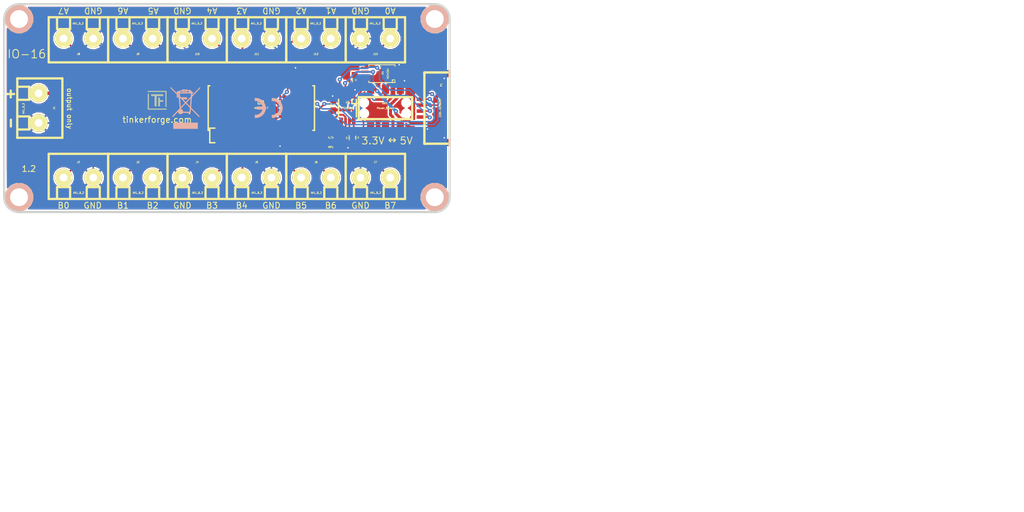
<source format=kicad_pcb>
(kicad_pcb (version 4) (host pcbnew 4.0.2+e4-6225~38~ubuntu15.10.1-stable)
  (title_block (title "IO16 Bricklet") (date "2 jan 2013") (rev 1.1) (company "Tinkerforge GmbH") (comment 1 "Licensed under CERN OHL v.1.1") (comment 2 "Copyright (©) 2011, B.Nordmeyer <bastian@tinkerforge.com>"))
  (layers (0 Vorderseite signal) (31 Rückseite signal hide) (34 B.Paste user) (35 F.Paste user) (36 B.SilkS user) (37 F.SilkS user) (38 B.Mask user) (39 F.Mask user) (44 Edge.Cuts user))
  (net 0 "")
  (net 1 GND)
  (net 2 IN_1)
  (net 3 IN_2)
  (net 4 SCL)
  (net 5 SCL2)
  (net 6 SDA)
  (net 7 SDA2)
  (net 8 SEL)
  (net 9 VAA)
  (net 10 VCC)
  (net 11 "Net-(C3-Pad1)")
  (net 12 "Net-(J2-Pad2)")
  (net 13 "Net-(J3-Pad1)")
  (net 14 "Net-(J3-Pad2)")
  (net 15 "Net-(J4-Pad1)")
  (net 16 "Net-(J5-Pad2)")
  (net 17 "Net-(J6-Pad1)")
  (net 18 "Net-(J6-Pad2)")
  (net 19 "Net-(J7-Pad1)")
  (net 20 "Net-(J8-Pad1)")
  (net 21 "Net-(J9-Pad1)")
  (net 22 "Net-(J9-Pad2)")
  (net 23 "Net-(J10-Pad2)")
  (net 24 "Net-(J11-Pad1)")
  (net 25 "Net-(J12-Pad1)")
  (net 26 "Net-(J12-Pad2)")
  (net 27 "Net-(J13-Pad2)")
  (net 28 "Net-(P1-Pad1)")
  (module SOIC28 (layer Vorderseite) (at 154.79776 97.02292)
    (fp_text reference U2 (at -0.09776 -0.92292) (layer F.SilkS) (effects (font (size 0.59944 0.59944) (thickness 0.12446))))
    (fp_text value MCP23017 (at 0 0) (layer F.SilkS) (effects (font (size 0.29972 0.29972) (thickness 0.0762))))
    (pad 1 smd rect (at -8.25246 4.59994 180) (size 0.59944 2.19964) (layers Vorderseite F.Paste F.Mask) (net 12 "Net-(J2-Pad2)"))
    (pad 2 smd rect (at -6.98246 4.59994 180) (size 0.59944 2.19964) (layers Vorderseite F.Paste F.Mask) (net 14 "Net-(J3-Pad2)"))
    (pad 3 smd rect (at -5.71246 4.59994 180) (size 0.59944 2.19964) (layers Vorderseite F.Paste F.Mask) (net 13 "Net-(J3-Pad1)"))
    (pad 4 smd rect (at -4.44246 4.59994 180) (size 0.59944 2.19964) (layers Vorderseite F.Paste F.Mask) (net 15 "Net-(J4-Pad1)"))
    (pad 5 smd rect (at -3.17246 4.59994 180) (size 0.59944 2.19964) (layers Vorderseite F.Paste F.Mask) (net 16 "Net-(J5-Pad2)"))
    (pad 6 smd rect (at -1.90246 4.59994 180) (size 0.59944 2.19964) (layers Vorderseite F.Paste F.Mask) (net 18 "Net-(J6-Pad2)"))
    (pad 7 smd rect (at -0.63246 4.59994 180) (size 0.59944 2.19964) (layers Vorderseite F.Paste F.Mask) (net 17 "Net-(J6-Pad1)"))
    (pad 8 smd rect (at 0.63246 4.59994 180) (size 0.59944 2.19964) (layers Vorderseite F.Paste F.Mask) (net 19 "Net-(J7-Pad1)"))
    (pad 9 smd rect (at 1.90246 4.59994 180) (size 0.59944 2.19964) (layers Vorderseite F.Paste F.Mask) (net 9 VAA))
    (pad 10 smd rect (at 3.17246 4.59994 180) (size 0.59944 2.19964) (layers Vorderseite F.Paste F.Mask) (net 1 GND))
    (pad 11 smd rect (at 4.44246 4.59994 180) (size 0.59944 2.19964) (layers Vorderseite F.Paste F.Mask))
    (pad 12 smd rect (at 5.71246 4.59994 180) (size 0.59944 2.19964) (layers Vorderseite F.Paste F.Mask) (net 5 SCL2))
    (pad 13 smd rect (at 6.98246 4.59994 180) (size 0.59944 2.19964) (layers Vorderseite F.Paste F.Mask) (net 7 SDA2))
    (pad 14 smd rect (at 8.25246 4.59994 180) (size 0.59944 2.19964) (layers Vorderseite F.Paste F.Mask))
    (pad 15 smd rect (at 8.25246 -4.59994) (size 0.59944 2.19964) (layers Vorderseite F.Paste F.Mask) (net 8 SEL))
    (pad 16 smd rect (at 6.98246 -4.59994) (size 0.59944 2.19964) (layers Vorderseite F.Paste F.Mask) (net 1 GND))
    (pad 17 smd rect (at 5.71246 -4.59994) (size 0.59944 2.19964) (layers Vorderseite F.Paste F.Mask) (net 1 GND))
    (pad 18 smd rect (at 4.44246 -4.59994) (size 0.59944 2.19964) (layers Vorderseite F.Paste F.Mask) (net 9 VAA))
    (pad 19 smd rect (at 3.17246 -4.59994) (size 0.59944 2.19964) (layers Vorderseite F.Paste F.Mask) (net 3 IN_2))
    (pad 20 smd rect (at 1.90246 -4.59994) (size 0.59944 2.19964) (layers Vorderseite F.Paste F.Mask) (net 2 IN_1))
    (pad 21 smd rect (at 0.63246 -4.59994) (size 0.59944 2.19964) (layers Vorderseite F.Paste F.Mask) (net 27 "Net-(J13-Pad2)"))
    (pad 22 smd rect (at -0.63246 -4.59994) (size 0.59944 2.19964) (layers Vorderseite F.Paste F.Mask) (net 26 "Net-(J12-Pad2)"))
    (pad 23 smd rect (at -1.90246 -4.59994) (size 0.59944 2.19964) (layers Vorderseite F.Paste F.Mask) (net 25 "Net-(J12-Pad1)"))
    (pad 24 smd rect (at -3.17246 -4.59994) (size 0.59944 2.19964) (layers Vorderseite F.Paste F.Mask) (net 24 "Net-(J11-Pad1)"))
    (pad 25 smd rect (at -4.44246 -4.59994) (size 0.59944 2.19964) (layers Vorderseite F.Paste F.Mask) (net 23 "Net-(J10-Pad2)"))
    (pad 26 smd rect (at -5.71246 -4.59994) (size 0.59944 2.19964) (layers Vorderseite F.Paste F.Mask) (net 22 "Net-(J9-Pad2)"))
    (pad 27 smd rect (at -6.98246 -4.59994) (size 0.59944 2.19964) (layers Vorderseite F.Paste F.Mask) (net 21 "Net-(J9-Pad1)"))
    (pad 28 smd rect (at -8.25246 -4.59994) (size 0.59944 2.19964) (layers Vorderseite F.Paste F.Mask) (net 20 "Net-(J8-Pad1)"))
  )
  (module TSSOP8 (layer Vorderseite) (at 175.09744 91.2241 90)
    (fp_text reference U1 (at 0.1241 0.10256 270) (layer F.SilkS) (effects (font (size 0.29972 0.29972) (thickness 0.0762))))
    (fp_text value M24C64 (at 0 1.00076 90) (layer F.SilkS) (effects (font (size 0.29972 0.29972) (thickness 0.0635))))
    (pad 1 smd rect (at -0.97282 2.89814 270) (size 0.39878 1.29794) (layers Vorderseite F.Paste F.Mask) (net 1 GND))
    (pad 2 smd rect (at -0.32258 2.89814 270) (size 0.39878 1.29794) (layers Vorderseite F.Paste F.Mask) (net 1 GND))
    (pad 3 smd rect (at 0.32258 2.89814 270) (size 0.39878 1.29794) (layers Vorderseite F.Paste F.Mask) (net 8 SEL))
    (pad 4 smd rect (at 0.97282 2.89814 270) (size 0.39878 1.29794) (layers Vorderseite F.Paste F.Mask) (net 1 GND))
    (pad 5 smd rect (at 0.97282 -2.89814 90) (size 0.39878 1.29794) (layers Vorderseite F.Paste F.Mask) (net 6 SDA))
    (pad 6 smd rect (at 0.32258 -2.89814 90) (size 0.39878 1.29794) (layers Vorderseite F.Paste F.Mask) (net 4 SCL))
    (pad 7 smd rect (at -0.32258 -2.89814 90) (size 0.39878 1.29794) (layers Vorderseite F.Paste F.Mask))
    (pad 8 smd rect (at -0.97282 -2.89814 90) (size 0.39878 1.29794) (layers Vorderseite F.Paste F.Mask) (net 10 VCC))
  )
  (module AKL_5_2 (layer Vorderseite) (at 123.99772 108.7247 180)
    (fp_text reference J2 (at 0 2.60096 180) (layer F.SilkS) (effects (font (size 0.29972 0.29972) (thickness 0.0762))))
    (fp_text value AKL_5_2 (at -0.0508 -2.55016 180) (layer F.SilkS) (effects (font (size 0.29972 0.29972) (thickness 0.0762))))
    (pad 1 thru_hole circle (at -2.49936 0 180) (size 2.99974 2.99974) (drill 1.30048) (layers *.Cu *.Mask F.SilkS) (net 1 GND))
    (pad 2 thru_hole circle (at 2.49936 0 180) (size 2.99974 2.99974) (drill 1.30048) (layers *.Cu *.Mask F.SilkS) (net 12 "Net-(J2-Pad2)"))
  )
  (module AKL_5_2 (layer Vorderseite) (at 173.99762 85.32368)
    (fp_text reference J13 (at 0 2.60096) (layer F.SilkS) (effects (font (size 0.29972 0.29972) (thickness 0.0762))))
    (fp_text value AKL_5_2 (at -0.0508 -2.55016) (layer F.SilkS) (effects (font (size 0.29972 0.29972) (thickness 0.0762))))
    (pad 1 thru_hole circle (at -2.49936 0) (size 2.99974 2.99974) (drill 1.30048) (layers *.Cu *.Mask F.SilkS) (net 1 GND))
    (pad 2 thru_hole circle (at 2.49936 0) (size 2.99974 2.99974) (drill 1.30048) (layers *.Cu *.Mask F.SilkS) (net 27 "Net-(J13-Pad2)"))
  )
  (module AKL_5_2 (layer Vorderseite) (at 133.9977 108.7247 180)
    (fp_text reference J3 (at 0 2.60096 180) (layer F.SilkS) (effects (font (size 0.29972 0.29972) (thickness 0.0762))))
    (fp_text value AKL_5_2 (at -0.0508 -2.55016 180) (layer F.SilkS) (effects (font (size 0.29972 0.29972) (thickness 0.0762))))
    (pad 1 thru_hole circle (at -2.49936 0 180) (size 2.99974 2.99974) (drill 1.30048) (layers *.Cu *.Mask F.SilkS) (net 13 "Net-(J3-Pad1)"))
    (pad 2 thru_hole circle (at 2.49936 0 180) (size 2.99974 2.99974) (drill 1.30048) (layers *.Cu *.Mask F.SilkS) (net 14 "Net-(J3-Pad2)"))
  )
  (module AKL_5_2 (layer Vorderseite) (at 123.99772 85.32368)
    (fp_text reference J8 (at 0 2.60096) (layer F.SilkS) (effects (font (size 0.29972 0.29972) (thickness 0.0762))))
    (fp_text value AKL_5_2 (at -0.0508 -2.55016) (layer F.SilkS) (effects (font (size 0.29972 0.29972) (thickness 0.0762))))
    (pad 1 thru_hole circle (at -2.49936 0) (size 2.99974 2.99974) (drill 1.30048) (layers *.Cu *.Mask F.SilkS) (net 20 "Net-(J8-Pad1)"))
    (pad 2 thru_hole circle (at 2.49936 0) (size 2.99974 2.99974) (drill 1.30048) (layers *.Cu *.Mask F.SilkS) (net 1 GND))
  )
  (module AKL_5_2 (layer Vorderseite) (at 117.29974 97.02546 90)
    (fp_text reference J1 (at 0 2.60096 90) (layer F.SilkS) (effects (font (size 0.29972 0.29972) (thickness 0.0762))))
    (fp_text value AKL_5_2 (at -0.0508 -2.55016 90) (layer F.SilkS) (effects (font (size 0.29972 0.29972) (thickness 0.0762))))
    (pad 1 thru_hole circle (at -2.49936 0 90) (size 2.99974 2.99974) (drill 1.30048) (layers *.Cu *.Mask F.SilkS) (net 1 GND))
    (pad 2 thru_hole circle (at 2.49936 0 90) (size 2.99974 2.99974) (drill 1.30048) (layers *.Cu *.Mask F.SilkS) (net 9 VAA))
  )
  (module AKL_5_2 (layer Vorderseite) (at 143.99768 108.7247 180)
    (fp_text reference J4 (at 0 2.60096 180) (layer F.SilkS) (effects (font (size 0.29972 0.29972) (thickness 0.0762))))
    (fp_text value AKL_5_2 (at -0.0508 -2.55016 180) (layer F.SilkS) (effects (font (size 0.29972 0.29972) (thickness 0.0762))))
    (pad 1 thru_hole circle (at -2.49936 0 180) (size 2.99974 2.99974) (drill 1.30048) (layers *.Cu *.Mask F.SilkS) (net 15 "Net-(J4-Pad1)"))
    (pad 2 thru_hole circle (at 2.49936 0 180) (size 2.99974 2.99974) (drill 1.30048) (layers *.Cu *.Mask F.SilkS) (net 1 GND))
  )
  (module AKL_5_2 (layer Vorderseite) (at 153.99766 108.7247 180)
    (fp_text reference J5 (at 0 2.60096 180) (layer F.SilkS) (effects (font (size 0.29972 0.29972) (thickness 0.0762))))
    (fp_text value AKL_5_2 (at -0.0508 -2.55016 180) (layer F.SilkS) (effects (font (size 0.29972 0.29972) (thickness 0.0762))))
    (pad 1 thru_hole circle (at -2.49936 0 180) (size 2.99974 2.99974) (drill 1.30048) (layers *.Cu *.Mask F.SilkS) (net 1 GND))
    (pad 2 thru_hole circle (at 2.49936 0 180) (size 2.99974 2.99974) (drill 1.30048) (layers *.Cu *.Mask F.SilkS) (net 16 "Net-(J5-Pad2)"))
  )
  (module AKL_5_2 (layer Vorderseite) (at 163.99764 108.7247 180)
    (fp_text reference J6 (at 0 2.60096 180) (layer F.SilkS) (effects (font (size 0.29972 0.29972) (thickness 0.0762))))
    (fp_text value AKL_5_2 (at -0.0508 -2.55016 180) (layer F.SilkS) (effects (font (size 0.29972 0.29972) (thickness 0.0762))))
    (pad 1 thru_hole circle (at -2.49936 0 180) (size 2.99974 2.99974) (drill 1.30048) (layers *.Cu *.Mask F.SilkS) (net 17 "Net-(J6-Pad1)"))
    (pad 2 thru_hole circle (at 2.49936 0 180) (size 2.99974 2.99974) (drill 1.30048) (layers *.Cu *.Mask F.SilkS) (net 18 "Net-(J6-Pad2)"))
  )
  (module AKL_5_2 (layer Vorderseite) (at 173.99762 108.7247 180)
    (fp_text reference J7 (at 0 2.60096 180) (layer F.SilkS) (effects (font (size 0.29972 0.29972) (thickness 0.0762))))
    (fp_text value AKL_5_2 (at -0.0508 -2.55016 180) (layer F.SilkS) (effects (font (size 0.29972 0.29972) (thickness 0.0762))))
    (pad 1 thru_hole circle (at -2.49936 0 180) (size 2.99974 2.99974) (drill 1.30048) (layers *.Cu *.Mask F.SilkS) (net 19 "Net-(J7-Pad1)"))
    (pad 2 thru_hole circle (at 2.49936 0 180) (size 2.99974 2.99974) (drill 1.30048) (layers *.Cu *.Mask F.SilkS) (net 1 GND))
  )
  (module AKL_5_2 (layer Vorderseite) (at 133.9977 85.32368)
    (fp_text reference J9 (at 0 2.60096) (layer F.SilkS) (effects (font (size 0.29972 0.29972) (thickness 0.0762))))
    (fp_text value AKL_5_2 (at -0.0508 -2.55016) (layer F.SilkS) (effects (font (size 0.29972 0.29972) (thickness 0.0762))))
    (pad 1 thru_hole circle (at -2.49936 0) (size 2.99974 2.99974) (drill 1.30048) (layers *.Cu *.Mask F.SilkS) (net 21 "Net-(J9-Pad1)"))
    (pad 2 thru_hole circle (at 2.49936 0) (size 2.99974 2.99974) (drill 1.30048) (layers *.Cu *.Mask F.SilkS) (net 22 "Net-(J9-Pad2)"))
  )
  (module AKL_5_2 (layer Vorderseite) (at 143.99768 85.32368)
    (fp_text reference J10 (at 0 2.60096) (layer F.SilkS) (effects (font (size 0.29972 0.29972) (thickness 0.0762))))
    (fp_text value AKL_5_2 (at -0.0508 -2.55016) (layer F.SilkS) (effects (font (size 0.29972 0.29972) (thickness 0.0762))))
    (pad 1 thru_hole circle (at -2.49936 0) (size 2.99974 2.99974) (drill 1.30048) (layers *.Cu *.Mask F.SilkS) (net 1 GND))
    (pad 2 thru_hole circle (at 2.49936 0) (size 2.99974 2.99974) (drill 1.30048) (layers *.Cu *.Mask F.SilkS) (net 23 "Net-(J10-Pad2)"))
  )
  (module AKL_5_2 (layer Vorderseite) (at 153.99766 85.32368)
    (fp_text reference J11 (at 0 2.60096) (layer F.SilkS) (effects (font (size 0.29972 0.29972) (thickness 0.0762))))
    (fp_text value AKL_5_2 (at -0.0508 -2.55016) (layer F.SilkS) (effects (font (size 0.29972 0.29972) (thickness 0.0762))))
    (pad 1 thru_hole circle (at -2.49936 0) (size 2.99974 2.99974) (drill 1.30048) (layers *.Cu *.Mask F.SilkS) (net 24 "Net-(J11-Pad1)"))
    (pad 2 thru_hole circle (at 2.49936 0) (size 2.99974 2.99974) (drill 1.30048) (layers *.Cu *.Mask F.SilkS) (net 1 GND))
  )
  (module AKL_5_2 (layer Vorderseite) (at 163.99764 85.32368)
    (fp_text reference J12 (at 0 2.60096) (layer F.SilkS) (effects (font (size 0.29972 0.29972) (thickness 0.0762))))
    (fp_text value AKL_5_2 (at -0.0508 -2.55016) (layer F.SilkS) (effects (font (size 0.29972 0.29972) (thickness 0.0762))))
    (pad 1 thru_hole circle (at -2.49936 0) (size 2.99974 2.99974) (drill 1.30048) (layers *.Cu *.Mask F.SilkS) (net 25 "Net-(J12-Pad1)"))
    (pad 2 thru_hole circle (at 2.49936 0) (size 2.99974 2.99974) (drill 1.30048) (layers *.Cu *.Mask F.SilkS) (net 26 "Net-(J12-Pad2)"))
  )
  (module CON-SENSOR (layer Vorderseite) (at 186.4995 97.02292 90)
    (fp_text reference P1 (at 3.8989 -1.39954 90) (layer F.SilkS) (effects (font (size 0.29972 0.29972) (thickness 0.0762))))
    (fp_text value CON-SENSOR (at 0 -1.6002 90) (layer F.SilkS) (effects (font (size 0.29972 0.29972) (thickness 0.07112))))
    (pad 1 smd rect (at -4.50088 -4.7752 90) (size 0.59944 1.5494) (layers Vorderseite F.Paste F.Mask) (net 28 "Net-(P1-Pad1)"))
    (pad 2 smd rect (at -3.50012 -4.7752 90) (size 0.59944 1.5494) (layers Vorderseite F.Paste F.Mask) (net 1 GND))
    (pad 3 smd rect (at -2.49936 -4.7752 90) (size 0.59944 1.5494) (layers Vorderseite F.Paste F.Mask) (net 10 VCC))
    (pad 4 smd rect (at -1.50114 -4.7752 90) (size 0.59944 1.5494) (layers Vorderseite F.Paste F.Mask) (net 4 SCL))
    (pad 5 smd rect (at -0.50038 -4.7752 90) (size 0.59944 1.5494) (layers Vorderseite F.Paste F.Mask) (net 6 SDA))
    (pad 6 smd rect (at 0.50038 -4.7752 90) (size 0.59944 1.5494) (layers Vorderseite F.Paste F.Mask) (net 8 SEL))
    (pad 7 smd rect (at 1.50114 -4.7752 90) (size 0.59944 1.5494) (layers Vorderseite F.Paste F.Mask) (net 2 IN_1))
    (pad 8 smd rect (at 2.49936 -4.7752 90) (size 0.59944 1.5494) (layers Vorderseite F.Paste F.Mask) (net 3 IN_2))
    (pad 9 smd rect (at 3.50012 -4.7752 90) (size 0.59944 1.5494) (layers Vorderseite F.Paste F.Mask))
    (pad 10 smd rect (at 4.50088 -4.7752 90) (size 0.59944 1.5494) (layers Vorderseite F.Paste F.Mask))
    (pad EP smd rect (at -5.79882 -0.89916 90) (size 1.19888 1.80086) (layers Vorderseite F.Paste F.Mask) (net 1 GND))
    (pad EP smd rect (at 5.79882 -0.89916 90) (size 1.19888 1.80086) (layers Vorderseite F.Paste F.Mask) (net 1 GND))
  )
  (module TSSOP8_3 (layer Vorderseite) (at 169.30116 97.02546 180)
    (fp_text reference U3 (at 0 1.00076 180) (layer F.SilkS) (effects (font (size 0.29972 0.29972) (thickness 0.0762))))
    (fp_text value PCA9306 (at 0 0 180) (layer F.SilkS) (effects (font (size 0.29972 0.29972) (thickness 0.0762))))
    (pad 1 smd rect (at -1.04902 2.17424) (size 0.59944 1.14808) (layers Vorderseite F.Paste F.Mask) (net 1 GND))
    (pad 2 smd rect (at -0.32512 2.17424) (size 0.44958 1.14808) (layers Vorderseite F.Paste F.Mask) (net 10 VCC))
    (pad 3 smd rect (at 0.32512 2.17424) (size 0.44958 1.14808) (layers Vorderseite F.Paste F.Mask) (net 4 SCL))
    (pad 4 smd rect (at 1.04902 2.17424) (size 0.59944 1.14808) (layers Vorderseite F.Paste F.Mask) (net 6 SDA))
    (pad 5 smd rect (at 1.04902 -2.17424 180) (size 0.59944 1.14808) (layers Vorderseite F.Paste F.Mask) (net 7 SDA2))
    (pad 6 smd rect (at 0.32512 -2.17424 180) (size 0.44958 1.14808) (layers Vorderseite F.Paste F.Mask) (net 5 SCL2))
    (pad 7 smd rect (at -0.32512 -2.17424 180) (size 0.44958 1.14808) (layers Vorderseite F.Paste F.Mask) (net 11 "Net-(C3-Pad1)"))
    (pad 8 smd rect (at -1.04902 -2.17424 180) (size 0.59944 1.14808) (layers Vorderseite F.Paste F.Mask) (net 11 "Net-(C3-Pad1)"))
  )
  (module Logo_31x31 (layer Vorderseite) (at 135.67664 94.12478)
    (fp_text reference Ref** hide)
    (fp_text value Val** hide)
  )
  (module Fiducial_Mark (layer Vorderseite) (at 184.8993 85.62594)
    (fp_text reference Fiducial_Mark hide)
    (fp_text value VAL** hide)
    (pad 1 smd circle (at 0 0) (size 1.00076 1.00076) (layers Vorderseite F.Mask) (clearance 0.65024))
  )
  (module Fiducial_Mark (layer Vorderseite) (at 113.10112 108.32592)
    (fp_text reference Fiducial_Mark hide)
    (fp_text value VAL** hide)
    (pad 1 smd circle (at 0 0) (size 1.00076 1.00076) (layers Vorderseite F.Mask) (clearance 0.65024))
  )
  (module WEEE_7mm (layer Rückseite) (at 142 97)
    (fp_text reference VAL hide)
    (fp_text value WEEE_7mm hide)
  )
  (module CE_5mm (layer Rückseite) (at 156 97 180)
    (fp_text reference VAL hide)
    (fp_text value CE_5mm hide)
  )
  (module 0603E (layer Vorderseite) (at 170.50004 92.32646 90)
    (fp_text reference C1 (at 0.05 0.225 90) (layer F.SilkS) (effects (font (size 0.2 0.2) (thickness 0.05))))
    (fp_text value 100nF (at 0.05 -0.375 90) (layer F.SilkS) (effects (font (size 0.2 0.2) (thickness 0.05))))
    (pad 1 smd rect (at -0.8501 0 90) (size 1.1 1) (layers Vorderseite F.Paste F.Mask) (net 1 GND))
    (pad 2 smd rect (at 0.8501 0 90) (size 1.1 1) (layers Vorderseite F.Paste F.Mask) (net 10 VCC))
  )
  (module 0603E (layer Vorderseite) (at 166.9 96.6 90)
    (fp_text reference C2 (at 0.05 0.225 90) (layer F.SilkS) (effects (font (size 0.2 0.2) (thickness 0.05))))
    (fp_text value 100nF (at 0.05 -0.375 90) (layer F.SilkS) (effects (font (size 0.2 0.2) (thickness 0.05))))
    (pad 1 smd rect (at -0.8501 0 90) (size 1.1 1) (layers Vorderseite F.Paste F.Mask) (net 9 VAA))
    (pad 2 smd rect (at 0.8501 0 90) (size 1.1 1) (layers Vorderseite F.Paste F.Mask) (net 1 GND))
  )
  (module 0603E (layer Vorderseite) (at 169.4 102 270)
    (fp_text reference C3 (at 0.05 0.225 270) (layer F.SilkS) (effects (font (size 0.2 0.2) (thickness 0.05))))
    (fp_text value 100nF (at 0 -0.2 270) (layer F.SilkS) (effects (font (size 0.2 0.2) (thickness 0.05))))
    (pad 1 smd rect (at -0.8501 0 270) (size 1.1 1) (layers Vorderseite F.Paste F.Mask) (net 11 "Net-(C3-Pad1)"))
    (pad 2 smd rect (at 0.8501 0 270) (size 1.1 1) (layers Vorderseite F.Paste F.Mask) (net 1 GND))
  )
  (module 0603E (layer Vorderseite) (at 170.9 102 90)
    (fp_text reference R1 (at 0.05 0.225 90) (layer F.SilkS) (effects (font (size 0.2 0.2) (thickness 0.05))))
    (fp_text value 200k (at 0 -0.2 90) (layer F.SilkS) (effects (font (size 0.2 0.2) (thickness 0.05))))
    (pad 1 smd rect (at -0.8501 0 90) (size 1.1 1) (layers Vorderseite F.Paste F.Mask) (net 9 VAA))
    (pad 2 smd rect (at 0.8501 0 90) (size 1.1 1) (layers Vorderseite F.Paste F.Mask) (net 11 "Net-(C3-Pad1)"))
  )
  (module kicad-libraries:4X0603 (layer Vorderseite) (at 166.5 102 180)
    (fp_text reference RP1 (at 0 -1.6002 180) (layer F.SilkS) (effects (font (size 0.29972 0.29972) (thickness 0.0762))))
    (fp_text value 4.7k (at 0 0 180) (layer F.SilkS) (effects (font (size 0.29972 0.29972) (thickness 0.0762))))
    (pad 1 smd rect (at -1.19888 -0.8509 180) (size 0.44958 0.89916) (layers Vorderseite F.Paste F.Mask) (net 9 VAA))
    (pad 2 smd rect (at -0.39878 -0.8509 180) (size 0.44958 0.89916) (layers Vorderseite F.Paste F.Mask) (net 9 VAA))
    (pad 3 smd rect (at 0.39878 -0.8509 180) (size 0.44958 0.89916) (layers Vorderseite F.Paste F.Mask) (net 9 VAA))
    (pad 4 smd rect (at 1.19888 -0.8509 180) (size 0.44958 0.89916) (layers Vorderseite F.Paste F.Mask) (net 9 VAA))
    (pad 5 smd rect (at 1.19888 0.8509 180) (size 0.44958 0.89916) (layers Vorderseite F.Paste F.Mask) (net 7 SDA2))
    (pad 6 smd rect (at 0.39878 0.8509 180) (size 0.44958 0.89916) (layers Vorderseite F.Paste F.Mask))
    (pad 7 smd rect (at -0.39878 0.8509 180) (size 0.44958 0.89916) (layers Vorderseite F.Paste F.Mask))
    (pad 8 smd rect (at -1.19888 0.8509 180) (size 0.44958 0.89916) (layers Vorderseite F.Paste F.Mask) (net 5 SCL2))
  )
  (module kicad-libraries:SLIDE_SWITCH (layer Vorderseite) (at 175.69942 97.02546 180)
    (fp_text reference SW1 (at 0.09942 0.82546 180) (layer F.SilkS) (effects (font (size 0.29972 0.29972) (thickness 0.0762))))
    (fp_text value Power_Select (at 0 0 180) (layer F.SilkS) (effects (font (size 0.29972 0.29972) (thickness 0.0762))))
    (pad 6 smd rect (at -2.49936 -3.2004 180) (size 1.19888 1.6002) (layers Vorderseite F.Paste F.Mask))
    (pad 5 smd rect (at 0 -3.2004 180) (size 1.19888 1.6002) (layers Vorderseite F.Paste F.Mask))
    (pad 4 smd rect (at 2.49936 -3.2004 180) (size 1.19888 1.6002) (layers Vorderseite F.Paste F.Mask))
    (pad 3 smd rect (at 2.49936 3.2004 180) (size 1.19888 1.6002) (layers Vorderseite F.Paste F.Mask) (net 10 VCC))
    (pad 2 smd rect (at 0 3.2004 180) (size 1.19888 1.6002) (layers Vorderseite F.Paste F.Mask) (net 9 VAA))
    (pad 1 smd rect (at -2.49936 3.2004 180) (size 1.19888 1.6002) (layers Vorderseite F.Paste F.Mask) (net 28 "Net-(P1-Pad1)"))
    (pad "" np_thru_hole circle (at -3.5 -0.9 180) (size 1.2 1.2) (drill 1.2) (layers *.Cu *.Mask F.SilkS))
    (pad "" np_thru_hole circle (at -3.5 0.9 180) (size 1.2 1.2) (drill 1.2) (layers *.Cu *.Mask F.SilkS))
    (pad "" np_thru_hole circle (at 3.6 -0.9 180) (size 1.2 1.2) (drill 1.2) (layers *.Cu *.Mask F.SilkS))
    (pad "" np_thru_hole circle (at 3.6 0.9 180) (size 1.2 1.2) (drill 1.2) (layers *.Cu *.Mask F.SilkS))
  )
  (module kicad-libraries:DRILL_NP (layer Vorderseite) (at 114.00028 82.02676 90)
    (fp_text reference U5 hide)
    (fp_text value DRILL hide)
    (pad "" np_thru_hole circle (at 0 0 90) (size 2.99974 2.99974) (drill 2.99974) (layers *.Cu *.Mask F.SilkS) (clearance 0.89916))
  )
  (module kicad-libraries:DRILL_NP (layer Vorderseite) (at 184.00014 82.02676)
    (fp_text reference U4 hide)
    (fp_text value DRILL hide)
    (pad "" np_thru_hole circle (at 0 0) (size 2.99974 2.99974) (drill 2.99974) (layers *.Cu *.Mask F.SilkS) (clearance 0.89916))
  )
  (module kicad-libraries:DRILL_NP (layer Vorderseite) (at 114.00028 112.0267)
    (fp_text reference U6 hide)
    (fp_text value DRILL hide)
    (pad "" np_thru_hole circle (at 0 0) (size 2.99974 2.99974) (drill 2.99974) (layers *.Cu *.Mask F.SilkS) (clearance 0.89916))
  )
  (module kicad-libraries:DRILL_NP (layer Vorderseite) (at 184.00014 112.0267 180)
    (fp_text reference U7 hide)
    (fp_text value DRILL hide)
    (pad "" np_thru_hole circle (at 0 0 180) (size 2.99974 2.99974) (drill 2.99974) (layers *.Cu *.Mask F.SilkS) (clearance 0.89916))
  )
  (gr_text 1.2 (at 115.65128 107.24896) (layer F.SilkS) (effects (font (size 1.00076 1.00076) (thickness 0.14986))))
  (gr_text - (at 112.52454 99.55022 90) (layer F.SilkS) (effects (font (size 1.50114 1.50114) (thickness 0.37592))))
  (gr_text + (at 112.60074 94.54896) (layer F.SilkS) (effects (font (size 1.50114 1.50114) (thickness 0.37592))))
  (gr_text tinkerforge.com (at 137.25144 98.97364) (layer F.SilkS) (effects (font (size 1.00076 1.00076) (thickness 0.14986))))
  (gr_text "output only" (at 122.49912 97.09912 270) (layer F.SilkS) (effects (font (size 0.8001 0.8001) (thickness 0.14986))))
  (gr_line (start 111.49838 82.02422) (end 111.49838 112.02416) (angle 90) (layer Edge.Cuts) (width 0.381))
  (gr_line (start 183.9976 79.52486) (end 113.99774 79.52486) (angle 90) (layer Edge.Cuts) (width 0.381))
  (gr_line (start 186.4995 112.02416) (end 186.4995 82.02422) (angle 90) (layer Edge.Cuts) (width 0.381))
  (gr_line (start 113.99774 114.52352) (end 183.9976 114.52352) (angle 90) (layer Edge.Cuts) (width 0.381))
  (gr_arc (start 183.9976 82.02422) (end 183.9976 79.52486) (angle 90) (layer Edge.Cuts) (width 0.381))
  (gr_arc (start 113.99774 82.02422) (end 111.49838 82.02422) (angle 90) (layer Edge.Cuts) (width 0.381))
  (gr_arc (start 113.99774 112.02416) (end 113.99774 114.52352) (angle 90) (layer Edge.Cuts) (width 0.381))
  (gr_arc (start 183.9976 112.02416) (end 186.4995 112.02416) (angle 90) (layer Edge.Cuts) (width 0.381))
  (gr_line (start 177.3936 102.42296) (end 177.09388 102.72268) (angle 90) (layer F.SilkS) (width 0.17018))
  (gr_line (start 177.09388 102.12324) (end 177.3936 102.42296) (angle 90) (layer F.SilkS) (width 0.17018))
  (gr_line (start 176.29378 102.42296) (end 176.5935 102.72268) (angle 90) (layer F.SilkS) (width 0.17018))
  (gr_line (start 176.29378 102.42296) (end 176.5935 102.12324) (angle 90) (layer F.SilkS) (width 0.17018))
  (gr_line (start 176.29378 102.42296) (end 177.19548 102.42296) (angle 90) (layer F.SilkS) (width 0.17018))
  (gr_text 5V (at 179.197 102.52456) (layer F.SilkS) (effects (font (size 1.19888 1.19888) (thickness 0.14986))))
  (gr_text 3.3V (at 173.59884 102.52456) (layer F.SilkS) (effects (font (size 1.19888 1.19888) (thickness 0.14986))))
  (gr_text B7 (at 176.49952 113.4237) (layer F.SilkS) (effects (font (size 1.00076 1.00076) (thickness 0.14986))))
  (gr_text GND (at 171.49826 113.4237) (layer F.SilkS) (effects (font (size 1.00076 1.00076) (thickness 0.14986))))
  (gr_text B6 (at 166.497 113.4237) (layer F.SilkS) (effects (font (size 1.00076 1.00076) (thickness 0.14986))))
  (gr_text B5 (at 161.49828 113.4237) (layer F.SilkS) (effects (font (size 1.00076 1.00076) (thickness 0.14986))))
  (gr_text GND (at 156.49702 113.4237) (layer F.SilkS) (effects (font (size 1.00076 1.00076) (thickness 0.14986))))
  (gr_text B4 (at 151.4983 113.4237) (layer F.SilkS) (effects (font (size 1.00076 1.00076) (thickness 0.14986))))
  (gr_text B3 (at 146.49704 113.4237) (layer F.SilkS) (effects (font (size 1.00076 1.00076) (thickness 0.14986))))
  (gr_text GND (at 141.49832 113.4237) (layer F.SilkS) (effects (font (size 1.00076 1.00076) (thickness 0.14986))))
  (gr_text B2 (at 136.49706 113.4237) (layer F.SilkS) (effects (font (size 1.00076 1.00076) (thickness 0.14986))))
  (gr_text B1 (at 131.49834 113.4237) (layer F.SilkS) (effects (font (size 1.00076 1.00076) (thickness 0.14986))))
  (gr_text GND (at 126.39802 113.4237) (layer F.SilkS) (effects (font (size 1.00076 1.00076) (thickness 0.14986))))
  (gr_text B0 (at 121.49836 113.4237) (layer F.SilkS) (effects (font (size 1.00076 1.00076) (thickness 0.14986))))
  (gr_text A7 (at 121.49836 80.62468 180) (layer F.SilkS) (effects (font (size 1.00076 1.00076) (thickness 0.14986))))
  (gr_text A6 (at 131.49834 80.62468 180) (layer F.SilkS) (effects (font (size 1.00076 1.00076) (thickness 0.14986))))
  (gr_text A5 (at 136.59866 80.62468 180) (layer F.SilkS) (effects (font (size 1.00076 1.00076) (thickness 0.14986))))
  (gr_text A4 (at 146.49704 80.62468 180) (layer F.SilkS) (effects (font (size 1.00076 1.00076) (thickness 0.14986))))
  (gr_text A3 (at 151.4983 80.62468 180) (layer F.SilkS) (effects (font (size 1.00076 1.00076) (thickness 0.14986))))
  (gr_text A2 (at 161.49828 80.62468 180) (layer F.SilkS) (effects (font (size 1.00076 1.00076) (thickness 0.14986))))
  (gr_text A1 (at 166.497 80.62468 180) (layer F.SilkS) (effects (font (size 1.00076 1.00076) (thickness 0.14986))))
  (gr_text A0 (at 176.49952 80.62468 180) (layer F.SilkS) (effects (font (size 1.00076 1.00076) (thickness 0.14986))))
  (gr_text GND (at 171.49826 80.62468 180) (layer F.SilkS) (effects (font (size 1.00076 1.00076) (thickness 0.14986))))
  (gr_text GND (at 156.49702 80.62468 180) (layer F.SilkS) (effects (font (size 1.00076 1.00076) (thickness 0.14986))))
  (gr_text GND (at 141.49832 80.62468 180) (layer F.SilkS) (effects (font (size 1.00076 1.00076) (thickness 0.14986))))
  (gr_text GND (at 126.49708 80.62468 180) (layer F.SilkS) (effects (font (size 1.00076 1.00076) (thickness 0.14986))))
  (gr_text IO-16 (at 115.29822 87.92464) (layer F.SilkS) (effects (font (size 1.39954 1.39954) (thickness 0.14986))))
  (segment (start 169.4 102.8501) (end 169.4 103.7) (width 0.24892) (layer Vorderseite) (net 1))
  (via (at 169.4 103.7) (size 0.70104) (drill 0.24892) (layers Vorderseite Rückseite) (net 1))
  (segment (start 177.99812 89.72296) (end 180.29682 92.02166) (width 0.29972) (layer Rückseite) (net 1))
  (segment (start 141.49832 86.52256) (end 143.6751 88.69934) (width 0.24892) (layer Rückseite) (net 1))
  (segment (start 143.6751 88.69934) (end 153.12136 88.69934) (width 0.24892) (layer Rückseite) (net 1))
  (segment (start 153.1366 88.6841) (end 156.49702 85.32368) (width 0.24892) (layer Rückseite) (net 1))
  (segment (start 153.12136 88.69934) (end 153.1366 88.6841) (width 0.24892) (layer Rückseite) (net 1))
  (segment (start 141.49832 85.32368) (end 141.49832 86.52256) (width 0.24892) (layer Rückseite) (net 1))
  (segment (start 167.6273 90.24874) (end 160.55086 90.24874) (width 0.24892) (layer Rückseite) (net 1))
  (segment (start 171.49826 86.37778) (end 167.6273 90.24874) (width 0.24892) (layer Rückseite) (net 1))
  (segment (start 171.49826 85.32368) (end 171.49826 86.37778) (width 0.24892) (layer Rückseite) (net 1))
  (segment (start 161.62528 90.3732) (end 160.67532 90.3732) (width 0.24892) (layer Vorderseite) (net 1))
  (segment (start 161.78022 92.42298) (end 161.78022 90.52814) (width 0.29972) (layer Vorderseite) (net 1))
  (segment (start 161.78022 90.52814) (end 161.62528 90.3732) (width 0.29972) (layer Vorderseite) (net 1))
  (segment (start 177.99558 89.7255) (end 177.99812 89.72296) (width 0.29972) (layer Vorderseite) (net 1))
  (via (at 177.99812 89.72296) (size 0.70104) (layers Vorderseite Rückseite) (net 1))
  (segment (start 177.99558 90.25128) (end 177.99558 89.7255) (width 0.29972) (layer Vorderseite) (net 1))
  (segment (start 177.99558 92.19692) (end 177.99558 91.54668) (width 0.29972) (layer Vorderseite) (net 1))
  (segment (start 178.67376 92.19692) (end 178.89982 92.42298) (width 0.29972) (layer Vorderseite) (net 1))
  (via (at 178.89982 92.42298) (size 0.70104) (layers Vorderseite Rückseite) (net 1))
  (segment (start 178.89982 92.42298) (end 179.30114 92.02166) (width 0.29972) (layer Rückseite) (net 1))
  (via (at 166.8018 94.99854) (size 0.70104) (layers Vorderseite Rückseite) (net 1))
  (segment (start 166.79926 95.00108) (end 166.79926 96.0247) (width 0.24892) (layer Vorderseite) (net 1))
  (segment (start 160.67532 90.3732) (end 160.55086 90.24874) (width 0.24892) (layer Vorderseite) (net 1))
  (segment (start 126.49708 85.32368) (end 127 85.32368) (width 0.24892) (layer Rückseite) (net 1))
  (segment (start 137.57148 89.25052) (end 141.49832 85.32368) (width 0.24892) (layer Rückseite) (net 1))
  (segment (start 156.49702 108.7247) (end 156.49702 104.8766) (width 0.24892) (layer Rückseite) (net 1))
  (segment (start 117.29974 99.52482) (end 117.27688 99.54768) (width 0.24892) (layer Rückseite) (net 1))
  (segment (start 122.04954 99.52482) (end 118.9736 99.52482) (width 0.24892) (layer Rückseite) (net 1))
  (segment (start 122.04954 99.52482) (end 126.49708 103.97236) (width 0.24892) (layer Rückseite) (net 1))
  (segment (start 126.49708 108.7247) (end 126.49708 103.97236) (width 0.24892) (layer Rückseite) (net 1))
  (segment (start 118.9736 99.52482) (end 118.95074 99.54768) (width 0.24892) (layer Rückseite) (net 1))
  (segment (start 153.1366 88.6841) (end 153.1366 90.2) (width 0.24892) (layer Rückseite) (net 1))
  (segment (start 181.7243 100.52304) (end 182.72506 100.52304) (width 0.50038) (layer Vorderseite) (net 1))
  (segment (start 184.2516 101.95052) (end 184.2516 102.02164) (width 0.50038) (layer Rückseite) (net 1))
  (segment (start 184.22366 101.97846) (end 184.2516 101.95052) (width 0.50038) (layer Rückseite) (net 1))
  (segment (start 184.22366 102.02164) (end 184.22366 101.97846) (width 0.50038) (layer Rückseite) (net 1))
  (segment (start 182.75046 100.54844) (end 184.22366 102.02164) (width 0.50038) (layer Rückseite) (net 1))
  (via (at 182.75046 100.54844) (size 0.70104) (layers Vorderseite Rückseite) (net 1))
  (segment (start 182.72506 100.52304) (end 182.75046 100.54844) (width 0.50038) (layer Vorderseite) (net 1))
  (segment (start 177.99812 89.72296) (end 177.67554 89.72296) (width 0.24892) (layer Rückseite) (net 1))
  (segment (start 173.27626 85.32368) (end 171.49826 85.32368) (width 0.24892) (layer Rückseite) (net 1))
  (segment (start 177.67554 89.72296) (end 173.27626 85.32368) (width 0.24892) (layer Rückseite) (net 1))
  (segment (start 166.8018 94.99854) (end 169.52722 94.99854) (width 0.24892) (layer Rückseite) (net 1))
  (segment (start 169.52722 94.99854) (end 170.57624 93.94952) (width 0.24892) (layer Rückseite) (net 1))
  (via (at 170.57624 93.94952) (size 0.70104) (layers Vorderseite Rückseite) (net 1))
  (segment (start 180.29682 92.02166) (end 185.5978 92.02166) (width 0.29972) (layer Rückseite) (net 1))
  (segment (start 185.5978 92.02166) (end 185.5978 93.12148) (width 0.29972) (layer Rückseite) (net 1))
  (segment (start 185.60034 92.01912) (end 185.5978 92.02166) (width 0.29972) (layer Vorderseite) (net 1))
  (segment (start 160.51022 92.42298) (end 161.0995 92.42298) (width 0.50038) (layer Vorderseite) (net 1))
  (segment (start 158.14802 103.2256) (end 157.9499 103.42372) (width 0.24892) (layer Rückseite) (net 1))
  (segment (start 169.35196 103.2256) (end 158.14802 103.2256) (width 0.24892) (layer Rückseite) (net 1))
  (segment (start 154.27706 105.22458) (end 154.62504 104.8766) (width 0.24892) (layer Rückseite) (net 1))
  (segment (start 154.62504 104.8766) (end 156.49702 104.8766) (width 0.24892) (layer Rückseite) (net 1))
  (segment (start 144.99844 105.22458) (end 154.27706 105.22458) (width 0.24892) (layer Rückseite) (net 1))
  (segment (start 156.49702 86.1949) (end 156.49702 85.32368) (width 0.24892) (layer Rückseite) (net 1))
  (segment (start 160.55086 90.24874) (end 156.49702 86.1949) (width 0.24892) (layer Rückseite) (net 1))
  (via (at 160.55086 90.24874) (size 0.70104) (layers Vorderseite Rückseite) (net 1))
  (segment (start 127 85.32368) (end 130.92684 89.25052) (width 0.24892) (layer Rückseite) (net 1))
  (segment (start 166.8018 94.99854) (end 166.79926 95.00108) (width 0.24892) (layer Vorderseite) (net 1))
  (segment (start 144.99844 105.22458) (end 141.49832 108.7247) (width 0.29972) (layer Rückseite) (net 1))
  (segment (start 129.9972 105.22458) (end 126.49708 108.7247) (width 0.29972) (layer Rückseite) (net 1))
  (segment (start 144.99844 105.22458) (end 129.9972 105.22458) (width 0.29972) (layer Rückseite) (net 1))
  (segment (start 185.60034 102.02418) (end 185.60034 102.82174) (width 0.29972) (layer Vorderseite) (net 1))
  (via (at 185.5978 102.02164) (size 0.70104) (layers Vorderseite Rückseite) (net 1))
  (segment (start 185.60034 102.02418) (end 185.5978 102.02164) (width 0.29972) (layer Vorderseite) (net 1))
  (segment (start 185.5978 93.12148) (end 185.90006 93.42374) (width 0.29972) (layer Rückseite) (net 1))
  (segment (start 185.90006 93.42374) (end 185.90006 101.71938) (width 0.29972) (layer Rückseite) (net 1))
  (segment (start 185.90006 101.71938) (end 185.5978 102.02164) (width 0.29972) (layer Rückseite) (net 1))
  (segment (start 185.60034 91.2241) (end 185.60034 92.01912) (width 0.29972) (layer Vorderseite) (net 1))
  (via (at 185.5978 92.02166) (size 0.70104) (layers Vorderseite Rückseite) (net 1))
  (segment (start 130.92684 89.25052) (end 137.57148 89.25052) (width 0.24892) (layer Rückseite) (net 1))
  (segment (start 118.9736 99.52482) (end 117.29974 99.52482) (width 0.24892) (layer Rückseite) (net 1))
  (segment (start 161.0995 92.42298) (end 161.78022 92.42298) (width 0.50038) (layer Vorderseite) (net 1))
  (segment (start 156.49702 104.8766) (end 157.9499 103.42372) (width 0.24892) (layer Rückseite) (net 1))
  (via (at 157.9499 103.42372) (size 0.70104) (layers Vorderseite Rückseite) (net 1))
  (segment (start 157.97022 103.4034) (end 157.97022 101.62286) (width 0.24892) (layer Vorderseite) (net 1))
  (segment (start 157.9499 103.42372) (end 157.97022 103.4034) (width 0.24892) (layer Vorderseite) (net 1))
  (segment (start 185.5978 102.02164) (end 184.2516 102.02164) (width 0.24892) (layer Rückseite) (net 1))
  (segment (start 184.2516 102.02164) (end 176.4538 102.02164) (width 0.24892) (layer Rückseite) (net 1))
  (segment (start 171.49826 106.97718) (end 171.49826 108.7247) (width 0.24892) (layer Rückseite) (net 1))
  (segment (start 176.4538 102.02164) (end 171.49826 106.97718) (width 0.24892) (layer Rückseite) (net 1))
  (segment (start 169.35196 103.2256) (end 171.49826 105.3719) (width 0.24892) (layer Rückseite) (net 1))
  (segment (start 171.49826 105.3719) (end 171.49826 108.7247) (width 0.24892) (layer Rückseite) (net 1))
  (segment (start 170.52544 93.17482) (end 170.52544 93.89872) (width 0.29972) (layer Vorderseite) (net 1))
  (segment (start 170.52544 93.89872) (end 170.57624 93.94952) (width 0.29972) (layer Vorderseite) (net 1))
  (segment (start 170.32478 94.20098) (end 170.57624 93.94952) (width 0.29972) (layer Vorderseite) (net 1))
  (segment (start 170.32478 94.20098) (end 170.32478 94.85122) (width 0.29972) (layer Vorderseite) (net 1))
  (segment (start 179.30114 92.02166) (end 180.29682 92.02166) (width 0.29972) (layer Rückseite) (net 1))
  (segment (start 177.99558 92.19692) (end 178.67376 92.19692) (width 0.29972) (layer Vorderseite) (net 1))
  (segment (start 179.2986 92.0242) (end 178.89982 92.42298) (width 0.29972) (layer Vorderseite) (net 1))
  (segment (start 179.59832 92.0242) (end 179.2986 92.0242) (width 0.29972) (layer Vorderseite) (net 1))
  (segment (start 153.1366 98.61042) (end 157.9499 103.42372) (width 0.24892) (layer Rückseite) (net 1))
  (segment (start 153.1366 90.2) (end 153.1366 98.61042) (width 0.24892) (layer Rückseite) (net 1))
  (segment (start 166.8018 91.07424) (end 167.6273 90.24874) (width 0.24892) (layer Rückseite) (net 1))
  (segment (start 166.8018 94.99854) (end 166.8018 91.07424) (width 0.24892) (layer Rückseite) (net 1))
  (segment (start 183.12822 95.52178) (end 183.15 95.5) (width 0.24892) (layer Vorderseite) (net 2))
  (via (at 183.15 95.5) (size 0.70104) (layers Vorderseite Rückseite) (net 2))
  (segment (start 183.15 95.5) (end 183.9 96.25) (width 0.24892) (layer Rückseite) (net 2))
  (segment (start 183.9 96.25) (end 183.9 98.85) (width 0.24892) (layer Rückseite) (net 2))
  (segment (start 183.9 98.85) (end 183.45 99.3) (width 0.24892) (layer Rückseite) (net 2))
  (segment (start 183.45 99.3) (end 170.25 99.3) (width 0.24892) (layer Rückseite) (net 2))
  (segment (start 170.25 99.3) (end 167.27188 96.32188) (width 0.24892) (layer Rückseite) (net 2))
  (segment (start 167.27188 96.32188) (end 165.39972 96.32188) (width 0.24892) (layer Rückseite) (net 2))
  (segment (start 156.70022 95.52432) (end 158.5976 97.4217) (width 0.29972) (layer Vorderseite) (net 2))
  (segment (start 158.5976 97.4217) (end 164.2999 97.4217) (width 0.29972) (layer Vorderseite) (net 2))
  (segment (start 164.2999 97.4217) (end 165.39972 96.32188) (width 0.29972) (layer Vorderseite) (net 2))
  (via (at 165.39972 96.32188) (size 0.70104) (layers Vorderseite Rückseite) (net 2))
  (segment (start 156.70022 95.52432) (end 156.70022 92.42298) (width 0.29972) (layer Vorderseite) (net 2))
  (segment (start 181.7243 95.52178) (end 183.12822 95.52178) (width 0.24892) (layer Vorderseite) (net 2))
  (segment (start 183.42356 94.52356) (end 183.55 94.65) (width 0.24892) (layer Vorderseite) (net 3))
  (via (at 183.55 94.65) (size 0.70104) (layers Vorderseite Rückseite) (net 3))
  (segment (start 183.55 94.65) (end 184.55 95.65) (width 0.24892) (layer Rückseite) (net 3))
  (segment (start 184.55 95.65) (end 184.55 99.1) (width 0.24892) (layer Rückseite) (net 3))
  (segment (start 184.55 99.1) (end 183.85 99.8) (width 0.24892) (layer Rückseite) (net 3))
  (segment (start 183.85 99.8) (end 169.05 99.8) (width 0.24892) (layer Rückseite) (net 3))
  (segment (start 169.05 99.8) (end 166.4 97.15) (width 0.24892) (layer Rückseite) (net 3))
  (segment (start 166.4 97.15) (end 165.02642 97.15) (width 0.24892) (layer Rückseite) (net 3))
  (segment (start 165.02642 97.15) (end 164.1983 96.32188) (width 0.24892) (layer Rückseite) (net 3))
  (via (at 164.1983 96.32188) (size 0.70104) (layers Vorderseite Rückseite) (net 3))
  (segment (start 158.79826 96.32188) (end 164.1983 96.32188) (width 0.29972) (layer Vorderseite) (net 3))
  (segment (start 157.97022 95.49384) (end 158.79826 96.32188) (width 0.29972) (layer Vorderseite) (net 3))
  (segment (start 157.97022 95.49384) (end 157.97022 92.42298) (width 0.29972) (layer Vorderseite) (net 3))
  (segment (start 181.7243 94.52356) (end 183.42356 94.52356) (width 0.24892) (layer Vorderseite) (net 3))
  (segment (start 168.95064 94.85122) (end 168.95064 92.87764) (width 0.29972) (layer Vorderseite) (net 4))
  (segment (start 170.79722 90.92438) (end 168.8973 92.8243) (width 0.29972) (layer Rückseite) (net 4))
  (via (at 168.8973 92.8243) (size 0.70104) (layers Vorderseite Rückseite) (net 4))
  (segment (start 170.79722 90.92438) (end 173.59884 90.92438) (width 0.29972) (layer Rückseite) (net 4))
  (segment (start 168.95064 92.87764) (end 168.8973 92.8243) (width 0.29972) (layer Vorderseite) (net 4))
  (segment (start 173.57598 90.90152) (end 172.1993 90.90152) (width 0.29972) (layer Vorderseite) (net 4))
  (segment (start 173.59884 90.92438) (end 173.57598 90.90152) (width 0.29972) (layer Vorderseite) (net 4))
  (via (at 173.59884 90.92438) (size 0.70104) (layers Vorderseite Rückseite) (net 4))
  (segment (start 183.07406 98.52406) (end 183.15 98.6) (width 0.24892) (layer Vorderseite) (net 4))
  (via (at 183.15 98.6) (size 0.70104) (layers Vorderseite Rückseite) (net 4))
  (segment (start 183.15 98.6) (end 179.45 94.9) (width 0.24892) (layer Rückseite) (net 4))
  (segment (start 179.45 94.9) (end 176.05 94.9) (width 0.24892) (layer Rückseite) (net 4))
  (segment (start 176.05 94.9) (end 173.59884 92.44884) (width 0.24892) (layer Rückseite) (net 4))
  (segment (start 173.59884 92.44884) (end 173.59884 90.92438) (width 0.24892) (layer Rückseite) (net 4))
  (segment (start 181.7243 98.52406) (end 183.07406 98.52406) (width 0.24892) (layer Vorderseite) (net 4))
  (segment (start 167.69888 101.1491) (end 167.69888 100.80112) (width 0.24892) (layer Vorderseite) (net 5))
  (segment (start 167.69888 100.80112) (end 168.2 100.3) (width 0.24892) (layer Vorderseite) (net 5))
  (segment (start 168.2 100.3) (end 168.8 100.3) (width 0.24892) (layer Vorderseite) (net 5))
  (segment (start 168.8 100.3) (end 168.97604 100.12396) (width 0.24892) (layer Vorderseite) (net 5))
  (segment (start 168.97604 100.12396) (end 168.97604 99.1997) (width 0.24892) (layer Vorderseite) (net 5))
  (segment (start 168.95064 99.1997) (end 168.95064 98.52406) (width 0.29972) (layer Vorderseite) (net 5))
  (segment (start 160.51022 99.71532) (end 160.51022 101.62286) (width 0.29972) (layer Vorderseite) (net 5))
  (segment (start 160.87598 99.34956) (end 160.51022 99.71532) (width 0.29972) (layer Vorderseite) (net 5))
  (segment (start 166.52494 99.34956) (end 160.87598 99.34956) (width 0.29972) (layer Vorderseite) (net 5))
  (segment (start 167.72636 98.14814) (end 166.52494 99.34956) (width 0.29972) (layer Vorderseite) (net 5))
  (segment (start 168.57472 98.14814) (end 167.72636 98.14814) (width 0.29972) (layer Vorderseite) (net 5))
  (segment (start 168.95064 98.52406) (end 168.57472 98.14814) (width 0.29972) (layer Vorderseite) (net 5))
  (segment (start 168.22674 94.85122) (end 168.22674 93.7006) (width 0.29972) (layer Vorderseite) (net 6))
  (via (at 167.99814 92.22232) (size 0.70104) (layers Vorderseite Rückseite) (net 6))
  (segment (start 167.99814 92.22232) (end 169.89806 90.3224) (width 0.29972) (layer Rückseite) (net 6))
  (segment (start 169.89806 90.3224) (end 172.59808 90.3224) (width 0.29972) (layer Rückseite) (net 6))
  (segment (start 172.59808 90.3224) (end 172.79874 90.12174) (width 0.29972) (layer Rückseite) (net 6))
  (segment (start 172.79874 90.12174) (end 174.19574 90.12174) (width 0.29972) (layer Rückseite) (net 6))
  (segment (start 174.19574 90.12174) (end 174.29734 90.22334) (width 0.29972) (layer Rückseite) (net 6))
  (segment (start 167.99814 93.472) (end 167.99814 92.22232) (width 0.29972) (layer Vorderseite) (net 6))
  (segment (start 168.22674 93.7006) (end 167.99814 93.472) (width 0.29972) (layer Vorderseite) (net 6))
  (segment (start 174.29734 90.22334) (end 174.09922 90.22334) (width 0.29972) (layer Vorderseite) (net 6))
  (segment (start 172.52696 89.92362) (end 172.1993 90.25128) (width 0.29972) (layer Vorderseite) (net 6))
  (segment (start 173.7995 89.92362) (end 172.52696 89.92362) (width 0.29972) (layer Vorderseite) (net 6))
  (segment (start 174.09922 90.22334) (end 173.7995 89.92362) (width 0.29972) (layer Vorderseite) (net 6))
  (via (at 174.29734 90.22334) (size 0.70104) (layers Vorderseite Rückseite) (net 6))
  (segment (start 183.1767 97.5233) (end 183.2 97.5) (width 0.24892) (layer Vorderseite) (net 6))
  (via (at 183.2 97.5) (size 0.70104) (layers Vorderseite Rückseite) (net 6))
  (segment (start 183.2 97.5) (end 179.7 94) (width 0.24892) (layer Rückseite) (net 6))
  (segment (start 179.7 94) (end 176.5 94) (width 0.24892) (layer Rückseite) (net 6))
  (segment (start 176.5 94) (end 174.7 92.2) (width 0.24892) (layer Rückseite) (net 6))
  (segment (start 174.7 92.2) (end 174.7 90.626) (width 0.24892) (layer Rückseite) (net 6))
  (segment (start 174.7 90.626) (end 174.29734 90.22334) (width 0.24892) (layer Rückseite) (net 6))
  (segment (start 181.7243 97.5233) (end 183.1767 97.5233) (width 0.24892) (layer Vorderseite) (net 6))
  (segment (start 165.30112 101.1491) (end 165.30112 100.49888) (width 0.24892) (layer Vorderseite) (net 7))
  (segment (start 165.30112 100.49888) (end 165.851 99.949) (width 0.24892) (layer Vorderseite) (net 7))
  (segment (start 168.22674 99.1997) (end 167.80002 99.1997) (width 0.29972) (layer Vorderseite) (net 7))
  (segment (start 161.78022 100.16998) (end 161.78022 101.62286) (width 0.29972) (layer Vorderseite) (net 7))
  (segment (start 162.0012 99.949) (end 161.78022 100.16998) (width 0.29972) (layer Vorderseite) (net 7))
  (segment (start 167.05072 99.949) (end 166.7256 99.949) (width 0.29972) (layer Vorderseite) (net 7))
  (segment (start 166.7256 99.949) (end 165.851 99.949) (width 0.29972) (layer Vorderseite) (net 7))
  (segment (start 165.851 99.949) (end 162.0012 99.949) (width 0.29972) (layer Vorderseite) (net 7))
  (segment (start 167.80002 99.1997) (end 167.05072 99.949) (width 0.29972) (layer Vorderseite) (net 7))
  (segment (start 179.9971 90.82278) (end 179.45354 90.82278) (width 0.29972) (layer Vorderseite) (net 8))
  (segment (start 184.00014 92.22486) (end 182.59806 90.82278) (width 0.29972) (layer Vorderseite) (net 8))
  (segment (start 182.59806 90.82278) (end 179.9971 90.82278) (width 0.29972) (layer Vorderseite) (net 8))
  (segment (start 179.3748 90.90152) (end 177.99558 90.90152) (width 0.29972) (layer Vorderseite) (net 8))
  (segment (start 179.45354 90.82278) (end 179.3748 90.90152) (width 0.29972) (layer Vorderseite) (net 8))
  (segment (start 163.05022 92.42298) (end 164.44976 92.42298) (width 0.29972) (layer Vorderseite) (net 8))
  (segment (start 176.67478 90.90152) (end 177.99558 90.90152) (width 0.29972) (layer Vorderseite) (net 8))
  (segment (start 174.498 88.72474) (end 176.67478 90.90152) (width 0.29972) (layer Vorderseite) (net 8))
  (segment (start 168.148 88.72474) (end 174.498 88.72474) (width 0.29972) (layer Vorderseite) (net 8))
  (segment (start 164.44976 92.42298) (end 168.148 88.72474) (width 0.29972) (layer Vorderseite) (net 8))
  (segment (start 184.47746 96.52254) (end 184.95 96.05) (width 0.24892) (layer Vorderseite) (net 8))
  (segment (start 184.95 96.05) (end 184.95 93.17472) (width 0.24892) (layer Vorderseite) (net 8))
  (segment (start 184.95 93.17472) (end 184.00014 92.22486) (width 0.24892) (layer Vorderseite) (net 8))
  (segment (start 181.7243 96.52254) (end 184.47746 96.52254) (width 0.24892) (layer Vorderseite) (net 8))
  (segment (start 167.69888 102.8509) (end 167.69888 103.79888) (width 0.24892) (layer Vorderseite) (net 9))
  (segment (start 167.69888 103.79888) (end 168.3 104.4) (width 0.24892) (layer Vorderseite) (net 9))
  (segment (start 166.6 104.4) (end 165.8 104.4) (width 0.24892) (layer Vorderseite) (net 9))
  (segment (start 165.30112 103.90112) (end 165.30112 102.8509) (width 0.24892) (layer Vorderseite) (net 9))
  (segment (start 165.8 104.4) (end 165.30112 103.90112) (width 0.24892) (layer Vorderseite) (net 9))
  (segment (start 167.4 104.4) (end 166.6 104.4) (width 0.24892) (layer Vorderseite) (net 9))
  (segment (start 166.10122 103.90122) (end 166.10122 102.8509) (width 0.24892) (layer Vorderseite) (net 9))
  (segment (start 166.6 104.4) (end 166.10122 103.90122) (width 0.24892) (layer Vorderseite) (net 9))
  (segment (start 168.7 104.4) (end 168.3 104.4) (width 0.24892) (layer Vorderseite) (net 9))
  (segment (start 168.3 104.4) (end 167.4 104.4) (width 0.24892) (layer Vorderseite) (net 9))
  (segment (start 166.89878 103.89878) (end 166.89878 102.8509) (width 0.24892) (layer Vorderseite) (net 9))
  (segment (start 167.4 104.4) (end 166.89878 103.89878) (width 0.24892) (layer Vorderseite) (net 9))
  (segment (start 170.9 104.1) (end 170.9 102.8501) (width 0.24892) (layer Vorderseite) (net 9))
  (segment (start 170.6 104.4) (end 170.9 104.1) (width 0.24892) (layer Vorderseite) (net 9))
  (segment (start 168.7 104.4) (end 170.6 104.4) (width 0.24892) (layer Vorderseite) (net 9))
  (segment (start 169.85 97) (end 169.85 97.05) (width 0.24892) (layer Vorderseite) (net 9))
  (segment (start 169.85 97.05) (end 172 99.2) (width 0.24892) (layer Vorderseite) (net 9))
  (segment (start 172 101.7501) (end 170.9 102.8501) (width 0.24892) (layer Vorderseite) (net 9))
  (segment (start 172 99.2) (end 172 101.7501) (width 0.24892) (layer Vorderseite) (net 9))
  (segment (start 118.9736 94.5261) (end 118.95074 94.54896) (width 0.50038) (layer Vorderseite) (net 9))
  (segment (start 156.67482 98.96094) (end 129.26314 98.96094) (width 0.50038) (layer Vorderseite) (net 9))
  (segment (start 129.26314 98.96094) (end 124.8283 94.5261) (width 0.50038) (layer Vorderseite) (net 9))
  (segment (start 157.06344 98.96094) (end 156.67482 98.96094) (width 0.50038) (layer Vorderseite) (net 9))
  (segment (start 124.8283 94.5261) (end 118.9736 94.5261) (width 0.50038) (layer Vorderseite) (net 9))
  (segment (start 117.29974 94.5261) (end 117.27688 94.54896) (width 0.50038) (layer Vorderseite) (net 9))
  (segment (start 118.9736 94.5261) (end 117.29974 94.5261) (width 0.50038) (layer Vorderseite) (net 9))
  (segment (start 169.62482 97.32518) (end 167.09898 97.32518) (width 0.50038) (layer Vorderseite) (net 9))
  (segment (start 167.09898 97.32518) (end 166.79926 97.6249) (width 0.70104) (layer Vorderseite) (net 9))
  (segment (start 166.19982 97.6249) (end 165.37432 98.4504) (width 0.50038) (layer Vorderseite) (net 9))
  (segment (start 165.37432 98.4504) (end 157.57398 98.4504) (width 0.50038) (layer Vorderseite) (net 9))
  (segment (start 157.06344 98.96094) (end 156.70022 99.32416) (width 0.50038) (layer Vorderseite) (net 9))
  (segment (start 157.56219 98.46219) (end 157.06344 98.96094) (width 0.50038) (layer Vorderseite) (net 9))
  (segment (start 156.70022 99.32416) (end 156.70022 101.62286) (width 0.50038) (layer Vorderseite) (net 9))
  (segment (start 166.79926 97.6249) (end 166.19982 97.6249) (width 0.50038) (layer Vorderseite) (net 9))
  (segment (start 157.57398 98.4504) (end 157.6 98.42438) (width 0.24892) (layer Rückseite) (net 9))
  (segment (start 157.6 98.42438) (end 157.6 95.8) (width 0.24892) (layer Rückseite) (net 9))
  (segment (start 157.6 95.8) (end 159.1 94.3) (width 0.24892) (layer Rückseite) (net 9))
  (segment (start 159.24022 92.42298) (end 159.24022 94.15978) (width 0.24892) (layer Vorderseite) (net 9))
  (via (at 159.1 94.3) (size 0.70104) (layers Vorderseite Rückseite) (net 9))
  (segment (start 159.24022 94.15978) (end 159.1 94.3) (width 0.24892) (layer Vorderseite) (net 9))
  (via (at 157.57398 98.4504) (size 0.70104) (layers Vorderseite Rückseite) (net 9))
  (segment (start 157.56219 98.46219) (end 157.57398 98.4504) (width 0.24892) (layer Vorderseite) (net 9))
  (segment (start 169.85 97.1) (end 169.62482 97.32518) (width 0.50038) (layer Vorderseite) (net 9))
  (segment (start 175.69942 95.20058) (end 175.45 95.45) (width 0.70104) (layer Vorderseite) (net 9))
  (segment (start 175.45 95.45) (end 173.8 95.45) (width 0.70104) (layer Vorderseite) (net 9))
  (via (at 173.8 95.45) (size 0.70104) (layers Vorderseite Rückseite) (net 9))
  (segment (start 173.8 95.45) (end 173.1 94.75) (width 0.70104) (layer Rückseite) (net 9))
  (segment (start 173.1 94.75) (end 171.65 94.75) (width 0.70104) (layer Rückseite) (net 9))
  (segment (start 171.65 94.75) (end 169.85 96.55) (width 0.70104) (layer Rückseite) (net 9))
  (segment (start 169.85 96.55) (end 169.85 97) (width 0.70104) (layer Rückseite) (net 9))
  (via (at 169.85 97) (size 0.70104) (layers Vorderseite Rückseite) (net 9))
  (segment (start 175.69942 93.82506) (end 175.69942 95.20058) (width 0.70104) (layer Vorderseite) (net 9))
  (segment (start 169.85 97) (end 169.85 97.1) (width 0.50038) (layer Vorderseite) (net 9))
  (segment (start 171.14774 92.19692) (end 170.52544 91.57462) (width 0.29972) (layer Vorderseite) (net 10))
  (segment (start 172.1993 92.19692) (end 171.14774 92.19692) (width 0.29972) (layer Vorderseite) (net 10))
  (segment (start 172.1993 92.8243) (end 173.20006 93.82506) (width 0.29972) (layer Vorderseite) (net 10))
  (segment (start 172.1993 92.19692) (end 172.1993 92.8243) (width 0.29972) (layer Vorderseite) (net 10))
  (segment (start 169.60088 95.77324) (end 169.926 96.09836) (width 0.29972) (layer Vorderseite) (net 10))
  (segment (start 169.60088 94.85122) (end 169.60088 95.77324) (width 0.29972) (layer Vorderseite) (net 10))
  (segment (start 169.926 96.09836) (end 170.80164 96.09836) (width 0.29972) (layer Vorderseite) (net 10))
  (segment (start 171.2 95.7) (end 170.80164 96.09836) (width 0.24892) (layer Vorderseite) (net 10))
  (segment (start 171.97494 93.82506) (end 171.2 94.6) (width 0.24892) (layer Vorderseite) (net 10))
  (segment (start 171.2 94.6) (end 171.2 95.7) (width 0.24892) (layer Vorderseite) (net 10))
  (segment (start 173.20006 93.82506) (end 171.97494 93.82506) (width 0.24892) (layer Vorderseite) (net 10))
  (segment (start 178.8 98.9) (end 178.9 99) (width 0.50038) (layer Vorderseite) (net 10))
  (segment (start 178.9 99) (end 179.45 99) (width 0.50038) (layer Vorderseite) (net 10))
  (segment (start 179.45 99) (end 179.97228 99.52228) (width 0.50038) (layer Vorderseite) (net 10))
  (segment (start 179.97228 99.52228) (end 181.7243 99.52228) (width 0.50038) (layer Vorderseite) (net 10))
  (segment (start 173.20006 93.82506) (end 173.97506 93.82506) (width 0.50038) (layer Vorderseite) (net 10))
  (segment (start 174.97539 94.82539) (end 174.97539 95.07461) (width 0.50038) (layer Rückseite) (net 10))
  (segment (start 174.3 94.15) (end 174.97539 94.82539) (width 0.50038) (layer Rückseite) (net 10))
  (via (at 174.3 94.15) (size 0.70104) (layers Vorderseite Rückseite) (net 10))
  (segment (start 173.97506 93.82506) (end 174.3 94.15) (width 0.50038) (layer Vorderseite) (net 10))
  (segment (start 177.44948 97.5487) (end 177.44948 97.94948) (width 0.50038) (layer Vorderseite) (net 10))
  (segment (start 177.44948 97.5487) (end 174.97539 95.07461) (width 0.50038) (layer Rückseite) (net 10))
  (via (at 177.44948 97.5487) (size 0.70104) (layers Vorderseite Rückseite) (net 10))
  (segment (start 177.44948 97.94948) (end 178.4 98.9) (width 0.50038) (layer Vorderseite) (net 10))
  (segment (start 178.4 98.9) (end 178.8 98.9) (width 0.50038) (layer Vorderseite) (net 10))
  (segment (start 170.35018 99.1997) (end 170.35018 100.15018) (width 0.24892) (layer Vorderseite) (net 11))
  (segment (start 170.35018 100.15018) (end 170.9 100.7) (width 0.24892) (layer Vorderseite) (net 11))
  (segment (start 170.9 100.7) (end 170.9 101.1499) (width 0.24892) (layer Vorderseite) (net 11))
  (segment (start 169.62628 99.1997) (end 169.62628 100.92362) (width 0.24892) (layer Vorderseite) (net 11))
  (segment (start 169.62628 100.92362) (end 169.4 101.1499) (width 0.24892) (layer Vorderseite) (net 11))
  (segment (start 170.6753 100.7491) (end 170.7007 100.7237) (width 0.24892) (layer Vorderseite) (net 11))
  (segment (start 169.60088 99.1997) (end 170.32478 99.1997) (width 0.29972) (layer Vorderseite) (net 11))
  (segment (start 146.5453 101.62286) (end 128.6002 101.62286) (width 0.29972) (layer Vorderseite) (net 12))
  (segment (start 128.6002 101.62286) (end 121.49836 108.7247) (width 0.29972) (layer Vorderseite) (net 12))
  (segment (start 149.0853 101.62286) (end 149.0853 102.93858) (width 0.29972) (layer Vorderseite) (net 13))
  (segment (start 149.0853 102.93858) (end 146.89836 105.12552) (width 0.29972) (layer Vorderseite) (net 13))
  (segment (start 146.89836 105.12552) (end 140.09624 105.12552) (width 0.29972) (layer Vorderseite) (net 13))
  (segment (start 140.09624 105.12552) (end 136.49706 108.7247) (width 0.29972) (layer Vorderseite) (net 13))
  (segment (start 147.8153 101.62286) (end 147.8153 102.9081) (width 0.29972) (layer Vorderseite) (net 14))
  (segment (start 147.8153 102.9081) (end 146.7993 103.9241) (width 0.29972) (layer Vorderseite) (net 14))
  (segment (start 146.7993 103.9241) (end 136.29894 103.9241) (width 0.29972) (layer Vorderseite) (net 14))
  (segment (start 136.29894 103.9241) (end 131.49834 108.7247) (width 0.29972) (layer Vorderseite) (net 14))
  (segment (start 150.3553 104.86644) (end 146.49704 108.7247) (width 0.29972) (layer Vorderseite) (net 15))
  (segment (start 150.3553 101.62286) (end 150.3553 104.86644) (width 0.29972) (layer Vorderseite) (net 15))
  (segment (start 151.6253 101.62286) (end 151.6253 108.5977) (width 0.29972) (layer Vorderseite) (net 16))
  (segment (start 151.6253 108.5977) (end 151.4983 108.7247) (width 0.29972) (layer Vorderseite) (net 16))
  (segment (start 163.89604 106.12374) (end 166.497 108.7247) (width 0.29972) (layer Vorderseite) (net 17))
  (segment (start 154.1653 101.62286) (end 154.1653 104.59212) (width 0.29972) (layer Vorderseite) (net 17))
  (segment (start 155.69692 106.12374) (end 163.89604 106.12374) (width 0.29972) (layer Vorderseite) (net 17))
  (segment (start 154.1653 104.59212) (end 155.69692 106.12374) (width 0.29972) (layer Vorderseite) (net 17))
  (segment (start 152.8953 104.6226) (end 154.99842 106.72572) (width 0.29972) (layer Vorderseite) (net 18))
  (segment (start 154.99842 106.72572) (end 159.4993 106.72572) (width 0.29972) (layer Vorderseite) (net 18))
  (segment (start 159.4993 106.72572) (end 161.49828 108.7247) (width 0.29972) (layer Vorderseite) (net 18))
  (segment (start 152.8953 101.62286) (end 152.8953 104.6226) (width 0.29972) (layer Vorderseite) (net 18))
  (segment (start 155.43022 101.62286) (end 155.43022 102.89286) (width 0.29972) (layer Vorderseite) (net 19))
  (segment (start 155.43022 102.89286) (end 154.79776 103.52532) (width 0.29972) (layer Vorderseite) (net 19))
  (segment (start 154.79776 103.52532) (end 154.79776 104.22382) (width 0.29972) (layer Vorderseite) (net 19))
  (segment (start 154.79776 104.22382) (end 155.89758 105.32364) (width 0.29972) (layer Vorderseite) (net 19))
  (segment (start 155.89758 105.32364) (end 173.09592 105.32364) (width 0.29972) (layer Vorderseite) (net 19))
  (segment (start 173.09592 105.32364) (end 176.49698 108.7247) (width 0.29972) (layer Vorderseite) (net 19))
  (segment (start 146.5453 92.42298) (end 146.5453 91.77274) (width 0.29972) (layer Vorderseite) (net 20))
  (segment (start 127.29972 91.12504) (end 121.49836 85.32368) (width 0.29972) (layer Vorderseite) (net 20))
  (segment (start 146.5453 91.77274) (end 145.8976 91.12504) (width 0.29972) (layer Vorderseite) (net 20))
  (segment (start 145.8976 91.12504) (end 127.29972 91.12504) (width 0.29972) (layer Vorderseite) (net 20))
  (segment (start 147.8153 92.42298) (end 147.8153 91.04122) (width 0.29972) (layer Vorderseite) (net 21))
  (segment (start 135.79856 89.6239) (end 131.49834 85.32368) (width 0.29972) (layer Vorderseite) (net 21))
  (segment (start 146.39798 89.6239) (end 135.79856 89.6239) (width 0.29972) (layer Vorderseite) (net 21))
  (segment (start 147.8153 91.04122) (end 146.39798 89.6239) (width 0.29972) (layer Vorderseite) (net 21))
  (segment (start 149.0853 92.42298) (end 149.0853 90.71356) (width 0.29972) (layer Vorderseite) (net 22))
  (segment (start 139.5984 88.42502) (end 136.49706 85.32368) (width 0.29972) (layer Vorderseite) (net 22))
  (segment (start 146.79676 88.42502) (end 139.5984 88.42502) (width 0.29972) (layer Vorderseite) (net 22))
  (segment (start 149.0853 90.71356) (end 146.79676 88.42502) (width 0.29972) (layer Vorderseite) (net 22))
  (segment (start 150.3553 89.18194) (end 146.49704 85.32368) (width 0.29972) (layer Vorderseite) (net 23))
  (segment (start 150.3553 92.42298) (end 150.3553 89.18194) (width 0.29972) (layer Vorderseite) (net 23))
  (segment (start 151.6253 85.45068) (end 151.4983 85.32368) (width 0.29972) (layer Vorderseite) (net 24))
  (segment (start 151.6253 92.42298) (end 151.6253 85.45068) (width 0.29972) (layer Vorderseite) (net 24))
  (segment (start 160.50006 85.32368) (end 157.80004 88.0237) (width 0.29972) (layer Vorderseite) (net 25))
  (segment (start 157.80004 88.0237) (end 154.50058 88.0237) (width 0.29972) (layer Vorderseite) (net 25))
  (segment (start 154.50058 88.0237) (end 152.8953 89.62898) (width 0.29972) (layer Vorderseite) (net 25))
  (segment (start 152.8953 89.62898) (end 152.8953 92.42298) (width 0.29972) (layer Vorderseite) (net 25))
  (segment (start 161.49828 85.32368) (end 160.50006 85.32368) (width 0.29972) (layer Vorderseite) (net 25))
  (segment (start 154.1653 92.42298) (end 154.1653 89.95918) (width 0.29972) (layer Vorderseite) (net 26))
  (segment (start 163.09594 88.72474) (end 166.497 85.32368) (width 0.29972) (layer Vorderseite) (net 26))
  (segment (start 155.39974 88.72474) (end 163.09594 88.72474) (width 0.29972) (layer Vorderseite) (net 26))
  (segment (start 154.1653 89.95918) (end 155.39974 88.72474) (width 0.29972) (layer Vorderseite) (net 26))
  (segment (start 155.43022 90.0938) (end 156.09824 89.42578) (width 0.29972) (layer Vorderseite) (net 27))
  (segment (start 156.09824 89.42578) (end 166.29634 89.42578) (width 0.29972) (layer Vorderseite) (net 27))
  (segment (start 166.29634 89.42578) (end 167.99814 87.72398) (width 0.29972) (layer Vorderseite) (net 27))
  (segment (start 167.99814 87.72398) (end 174.09668 87.72398) (width 0.29972) (layer Vorderseite) (net 27))
  (segment (start 174.09668 87.72398) (end 176.49698 85.32368) (width 0.29972) (layer Vorderseite) (net 27))
  (segment (start 155.43022 92.42298) (end 155.43022 90.0938) (width 0.29972) (layer Vorderseite) (net 27))
  (segment (start 179.4764 101.5238) (end 179.15128 101.84892) (width 0.50038) (layer Vorderseite) (net 28))
  (segment (start 179.15128 101.84892) (end 177.65014 101.84892) (width 0.50038) (layer Vorderseite) (net 28))
  (segment (start 177.65014 101.84892) (end 176.95164 101.15042) (width 0.50038) (layer Vorderseite) (net 28))
  (segment (start 176.95164 101.15042) (end 176.95164 98.54946) (width 0.50038) (layer Vorderseite) (net 28))
  (segment (start 181.7243 101.5238) (end 179.4764 101.5238) (width 0.50038) (layer Vorderseite) (net 28))
  (segment (start 178.19878 94.80042) (end 178.19878 93.82506) (width 0.50038) (layer Vorderseite) (net 28))
  (segment (start 176.55032 96.44888) (end 178.19878 94.80042) (width 0.50038) (layer Vorderseite) (net 28))
  (segment (start 176.55032 98.14814) (end 176.55032 96.44888) (width 0.50038) (layer Vorderseite) (net 28))
  (segment (start 176.95164 98.54946) (end 176.55032 98.14814) (width 0.50038) (layer Vorderseite) (net 28))
  (zone (net 1) (net_name GND) (layer Vorderseite) (connect_pads (clearance 0.24892)) (min_thickness 0.24892) (fill yes (arc_segments 16) (thermal_gap 0.29972) (thermal_bridge_width 0.29972))
    (polygon (pts (xy 186.4995 114.52352) (xy 186.4995 79.52486) (xy 111.49838 79.52486) (xy 111.49838 114.52352)))
  )
  (zone (net 1) (net_name GND) (layer Rückseite) (connect_pads (clearance 0.24892)) (min_thickness 0.24892) (fill yes (arc_segments 16) (thermal_gap 0.29972) (thermal_bridge_width 0.29972))
    (polygon (pts (xy 186.4995 114.52352) (xy 186.4995 79.52486) (xy 111.49838 79.52486) (xy 111.49838 114.52352)))
  )
)
</source>
